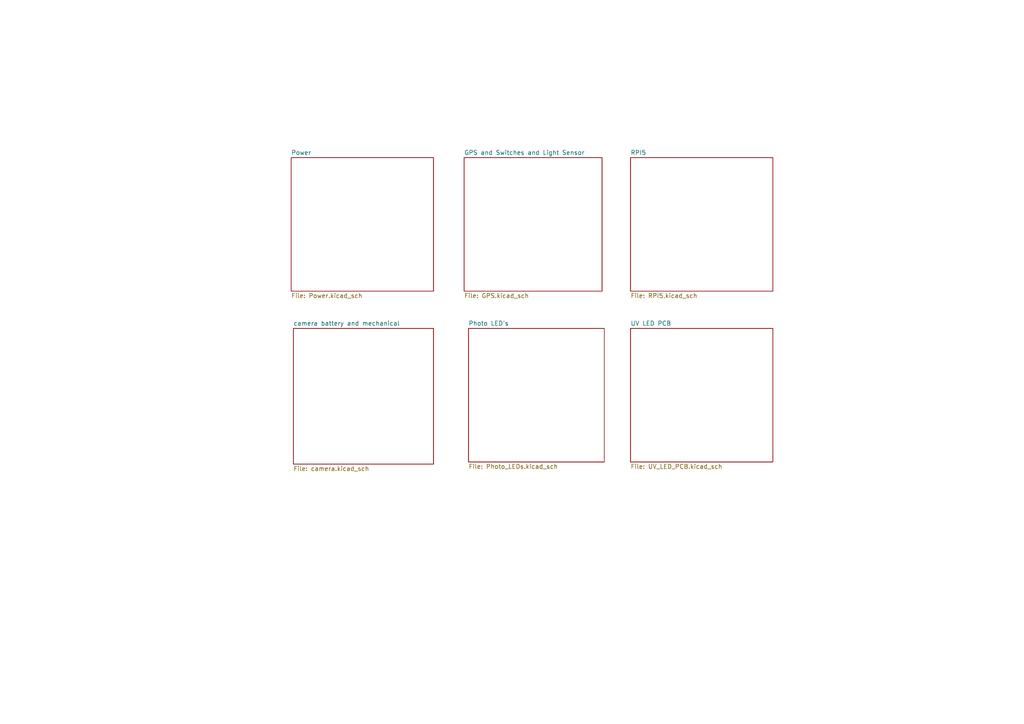
<source format=kicad_sch>
(kicad_sch
	(version 20250114)
	(generator "eeschema")
	(generator_version "9.0")
	(uuid "9021e528-fc76-4423-a3f3-30f5652071cc")
	(paper "A4")
	(title_block
		(title "MothBox")
		(date "2025-10-02")
		(rev "5.0.2")
		(company "Digital Naturalism Laboritories")
	)
	(lib_symbols)
	(sheet
		(at 182.88 45.72)
		(size 41.275 38.735)
		(exclude_from_sim no)
		(in_bom yes)
		(on_board yes)
		(dnp no)
		(fields_autoplaced yes)
		(stroke
			(width 0.1524)
			(type solid)
		)
		(fill
			(color 0 0 0 0.0000)
		)
		(uuid "23e8100d-dc92-4d1f-bb27-d65b0331e323")
		(property "Sheetname" "RPI5"
			(at 182.88 45.0084 0)
			(effects
				(font
					(size 1.27 1.27)
				)
				(justify left bottom)
			)
		)
		(property "Sheetfile" "RPI5.kicad_sch"
			(at 182.88 85.0396 0)
			(effects
				(font
					(size 1.27 1.27)
				)
				(justify left top)
			)
		)
		(instances
			(project "MothBox_5.0.3"
				(path "/9021e528-fc76-4423-a3f3-30f5652071cc"
					(page "3")
				)
			)
		)
	)
	(sheet
		(at 182.88 95.25)
		(size 41.275 38.735)
		(exclude_from_sim no)
		(in_bom yes)
		(on_board yes)
		(dnp no)
		(fields_autoplaced yes)
		(stroke
			(width 0.1524)
			(type solid)
		)
		(fill
			(color 0 0 0 0.0000)
		)
		(uuid "25f161be-2136-4f06-bcb6-1cc6303e8ec0")
		(property "Sheetname" "UV LED PCB"
			(at 182.88 94.5384 0)
			(effects
				(font
					(size 1.27 1.27)
				)
				(justify left bottom)
			)
		)
		(property "Sheetfile" "UV_LED_PCB.kicad_sch"
			(at 182.88 134.5696 0)
			(effects
				(font
					(size 1.27 1.27)
				)
				(justify left top)
			)
		)
		(instances
			(project "MothBox_5.0.3"
				(path "/9021e528-fc76-4423-a3f3-30f5652071cc"
					(page "6")
				)
			)
		)
	)
	(sheet
		(at 84.455 45.72)
		(size 41.275 38.735)
		(exclude_from_sim no)
		(in_bom yes)
		(on_board yes)
		(dnp no)
		(fields_autoplaced yes)
		(stroke
			(width 0.1524)
			(type solid)
		)
		(fill
			(color 0 0 0 0.0000)
		)
		(uuid "4a573100-9946-48c2-8ae5-35f893607623")
		(property "Sheetname" "Power"
			(at 84.455 45.0084 0)
			(effects
				(font
					(size 1.27 1.27)
				)
				(justify left bottom)
			)
		)
		(property "Sheetfile" "Power.kicad_sch"
			(at 84.455 85.0396 0)
			(effects
				(font
					(size 1.27 1.27)
				)
				(justify left top)
			)
		)
		(instances
			(project "MothBox_5.0.3"
				(path "/9021e528-fc76-4423-a3f3-30f5652071cc"
					(page "2")
				)
			)
		)
	)
	(sheet
		(at 85.09 95.25)
		(size 40.64 39.37)
		(exclude_from_sim no)
		(in_bom yes)
		(on_board yes)
		(dnp no)
		(fields_autoplaced yes)
		(stroke
			(width 0.1524)
			(type solid)
		)
		(fill
			(color 0 0 0 0.0000)
		)
		(uuid "84c07412-33ce-4c0b-96a0-a76ad52e50ee")
		(property "Sheetname" "camera battery and mechanical"
			(at 85.09 94.5384 0)
			(effects
				(font
					(size 1.27 1.27)
				)
				(justify left bottom)
			)
		)
		(property "Sheetfile" "camera.kicad_sch"
			(at 85.09 135.2046 0)
			(effects
				(font
					(size 1.27 1.27)
				)
				(justify left top)
			)
		)
		(instances
			(project "MothBox_5.0.3"
				(path "/9021e528-fc76-4423-a3f3-30f5652071cc"
					(page "7")
				)
			)
		)
	)
	(sheet
		(at 134.62 45.72)
		(size 40.005 38.735)
		(exclude_from_sim no)
		(in_bom yes)
		(on_board yes)
		(dnp no)
		(fields_autoplaced yes)
		(stroke
			(width 0.1524)
			(type solid)
		)
		(fill
			(color 0 0 0 0.0000)
		)
		(uuid "d22974ea-9095-4b9a-829f-a5d553626ed9")
		(property "Sheetname" "GPS and Switches and Light Sensor"
			(at 134.62 45.0084 0)
			(effects
				(font
					(size 1.27 1.27)
				)
				(justify left bottom)
			)
		)
		(property "Sheetfile" "GPS.kicad_sch"
			(at 134.62 85.0396 0)
			(effects
				(font
					(size 1.27 1.27)
				)
				(justify left top)
			)
		)
		(instances
			(project "MothBox_5.0.3"
				(path "/9021e528-fc76-4423-a3f3-30f5652071cc"
					(page "4")
				)
			)
		)
	)
	(sheet
		(at 135.89 95.25)
		(size 39.37 38.735)
		(exclude_from_sim no)
		(in_bom yes)
		(on_board yes)
		(dnp no)
		(fields_autoplaced yes)
		(stroke
			(width 0.1524)
			(type solid)
		)
		(fill
			(color 0 0 0 0.0000)
		)
		(uuid "f4f29d93-7441-4557-92ff-295630596a60")
		(property "Sheetname" "Photo LED's"
			(at 135.89 94.5384 0)
			(effects
				(font
					(size 1.27 1.27)
				)
				(justify left bottom)
			)
		)
		(property "Sheetfile" "Photo_LEDs.kicad_sch"
			(at 135.89 134.5696 0)
			(effects
				(font
					(size 1.27 1.27)
				)
				(justify left top)
			)
		)
		(instances
			(project "MothBox_5.0.3"
				(path "/9021e528-fc76-4423-a3f3-30f5652071cc"
					(page "5")
				)
			)
		)
	)
	(sheet_instances
		(path "/"
			(page "1")
		)
	)
	(embedded_fonts no)
)

</source>
